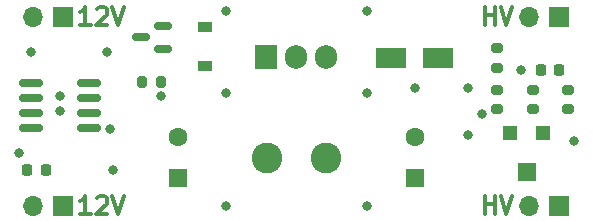
<source format=gbr>
%TF.GenerationSoftware,KiCad,Pcbnew,(6.0.6)*%
%TF.CreationDate,2022-08-22T11:18:43+02:00*%
%TF.ProjectId,nixieboi_psu,6e697869-6562-46f6-995f-7073752e6b69,rev?*%
%TF.SameCoordinates,Original*%
%TF.FileFunction,Soldermask,Top*%
%TF.FilePolarity,Negative*%
%FSLAX46Y46*%
G04 Gerber Fmt 4.6, Leading zero omitted, Abs format (unit mm)*
G04 Created by KiCad (PCBNEW (6.0.6)) date 2022-08-22 11:18:43*
%MOMM*%
%LPD*%
G01*
G04 APERTURE LIST*
G04 Aperture macros list*
%AMRoundRect*
0 Rectangle with rounded corners*
0 $1 Rounding radius*
0 $2 $3 $4 $5 $6 $7 $8 $9 X,Y pos of 4 corners*
0 Add a 4 corners polygon primitive as box body*
4,1,4,$2,$3,$4,$5,$6,$7,$8,$9,$2,$3,0*
0 Add four circle primitives for the rounded corners*
1,1,$1+$1,$2,$3*
1,1,$1+$1,$4,$5*
1,1,$1+$1,$6,$7*
1,1,$1+$1,$8,$9*
0 Add four rect primitives between the rounded corners*
20,1,$1+$1,$2,$3,$4,$5,0*
20,1,$1+$1,$4,$5,$6,$7,0*
20,1,$1+$1,$6,$7,$8,$9,0*
20,1,$1+$1,$8,$9,$2,$3,0*%
G04 Aperture macros list end*
%ADD10C,0.300000*%
%ADD11RoundRect,0.150000X-0.825000X-0.150000X0.825000X-0.150000X0.825000X0.150000X-0.825000X0.150000X0*%
%ADD12R,1.905000X2.000000*%
%ADD13O,1.905000X2.000000*%
%ADD14RoundRect,0.200000X0.200000X0.275000X-0.200000X0.275000X-0.200000X-0.275000X0.200000X-0.275000X0*%
%ADD15RoundRect,0.150000X0.587500X0.150000X-0.587500X0.150000X-0.587500X-0.150000X0.587500X-0.150000X0*%
%ADD16RoundRect,0.225000X0.225000X0.250000X-0.225000X0.250000X-0.225000X-0.250000X0.225000X-0.250000X0*%
%ADD17RoundRect,0.200000X-0.275000X0.200000X-0.275000X-0.200000X0.275000X-0.200000X0.275000X0.200000X0*%
%ADD18C,2.600000*%
%ADD19R,1.200000X1.200000*%
%ADD20R,1.600000X1.500000*%
%ADD21R,2.500000X1.800000*%
%ADD22R,1.600000X1.600000*%
%ADD23C,1.600000*%
%ADD24R,1.200000X0.900000*%
%ADD25R,1.700000X1.700000*%
%ADD26O,1.700000X1.700000*%
%ADD27C,0.800000*%
G04 APERTURE END LIST*
D10*
X130428571Y-62178571D02*
X130428571Y-60678571D01*
X130428571Y-61392857D02*
X131285714Y-61392857D01*
X131285714Y-62178571D02*
X131285714Y-60678571D01*
X131785714Y-60678571D02*
X132285714Y-62178571D01*
X132785714Y-60678571D01*
X130428571Y-78178571D02*
X130428571Y-76678571D01*
X130428571Y-77392857D02*
X131285714Y-77392857D01*
X131285714Y-78178571D02*
X131285714Y-76678571D01*
X131785714Y-76678571D02*
X132285714Y-78178571D01*
X132785714Y-76678571D01*
X97071428Y-62178571D02*
X96214285Y-62178571D01*
X96642857Y-62178571D02*
X96642857Y-60678571D01*
X96500000Y-60892857D01*
X96357142Y-61035714D01*
X96214285Y-61107142D01*
X97642857Y-60821428D02*
X97714285Y-60750000D01*
X97857142Y-60678571D01*
X98214285Y-60678571D01*
X98357142Y-60750000D01*
X98428571Y-60821428D01*
X98500000Y-60964285D01*
X98500000Y-61107142D01*
X98428571Y-61321428D01*
X97571428Y-62178571D01*
X98500000Y-62178571D01*
X98928571Y-60678571D02*
X99428571Y-62178571D01*
X99928571Y-60678571D01*
X97071428Y-78178571D02*
X96214285Y-78178571D01*
X96642857Y-78178571D02*
X96642857Y-76678571D01*
X96500000Y-76892857D01*
X96357142Y-77035714D01*
X96214285Y-77107142D01*
X97642857Y-76821428D02*
X97714285Y-76750000D01*
X97857142Y-76678571D01*
X98214285Y-76678571D01*
X98357142Y-76750000D01*
X98428571Y-76821428D01*
X98500000Y-76964285D01*
X98500000Y-77107142D01*
X98428571Y-77321428D01*
X97571428Y-78178571D01*
X98500000Y-78178571D01*
X98928571Y-76678571D02*
X99428571Y-78178571D01*
X99928571Y-76678571D01*
D11*
%TO.C,U1*%
X92025000Y-67095000D03*
X92025000Y-68365000D03*
X92025000Y-69635000D03*
X92025000Y-70905000D03*
X96975000Y-70905000D03*
X96975000Y-69635000D03*
X96975000Y-68365000D03*
X96975000Y-67095000D03*
%TD*%
D12*
%TO.C,Q1*%
X111960000Y-64945000D03*
D13*
X114500000Y-64945000D03*
X117040000Y-64945000D03*
%TD*%
D14*
%TO.C,R2*%
X103075000Y-67000000D03*
X101425000Y-67000000D03*
%TD*%
D15*
%TO.C,Q2*%
X103187500Y-64200000D03*
X103187500Y-62300000D03*
X101312500Y-63250000D03*
%TD*%
D16*
%TO.C,C3*%
X136775000Y-66000000D03*
X135225000Y-66000000D03*
%TD*%
D17*
%TO.C,R1*%
X137500000Y-67675000D03*
X137500000Y-69325000D03*
%TD*%
%TO.C,R4*%
X131500000Y-64175000D03*
X131500000Y-65825000D03*
%TD*%
D18*
%TO.C,L1*%
X112000000Y-73500000D03*
X117000000Y-73500000D03*
%TD*%
D17*
%TO.C,R3*%
X131500000Y-67675000D03*
X131500000Y-69325000D03*
%TD*%
D19*
%TO.C,RV1*%
X135400000Y-71380000D03*
D20*
X134000000Y-74620000D03*
D19*
X132600000Y-71380000D03*
%TD*%
D21*
%TO.C,D1*%
X126500000Y-65000000D03*
X122500000Y-65000000D03*
%TD*%
D22*
%TO.C,C4*%
X124500000Y-75152651D03*
D23*
X124500000Y-71652651D03*
%TD*%
D22*
%TO.C,C1*%
X104500000Y-75152651D03*
D23*
X104500000Y-71652651D03*
%TD*%
D17*
%TO.C,R5*%
X134500000Y-67675000D03*
X134500000Y-69325000D03*
%TD*%
D16*
%TO.C,C2*%
X93275000Y-74500000D03*
X91725000Y-74500000D03*
%TD*%
D24*
%TO.C,D2*%
X106750000Y-62350000D03*
X106750000Y-65650000D03*
%TD*%
D25*
%TO.C,J4*%
X136775000Y-77500000D03*
D26*
X134235000Y-77500000D03*
%TD*%
D25*
%TO.C,J2*%
X94775000Y-77500000D03*
D26*
X92235000Y-77500000D03*
%TD*%
D25*
%TO.C,J3*%
X136775000Y-61500000D03*
D26*
X134235000Y-61500000D03*
%TD*%
D25*
%TO.C,J1*%
X94775000Y-61500000D03*
D26*
X92235000Y-61500000D03*
%TD*%
D27*
X92000000Y-64500000D03*
X129000000Y-71500000D03*
X99000000Y-74500000D03*
X133500000Y-66000000D03*
X108500000Y-68000000D03*
X124500000Y-67500000D03*
X120500000Y-61000000D03*
X120500000Y-77500000D03*
X91000000Y-73000000D03*
X98500000Y-64500000D03*
X94500000Y-69500000D03*
X108500000Y-77500000D03*
X138000000Y-72000000D03*
X129000000Y-67500000D03*
X108500000Y-61000000D03*
X120500000Y-68000000D03*
X98750000Y-71000000D03*
X130250000Y-69750000D03*
X94500000Y-68250000D03*
X103000000Y-68250000D03*
M02*

</source>
